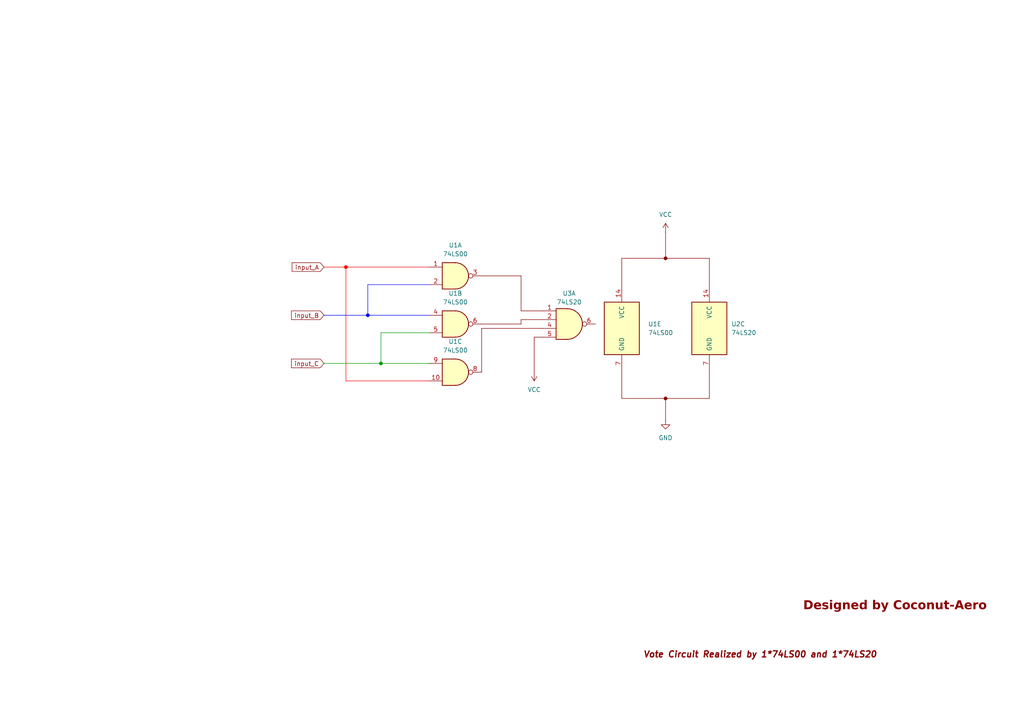
<source format=kicad_sch>
(kicad_sch (version 20231120) (generator "eeschema") (generator_version "8.0")
  (paper "A4")
  (lib_symbols
    (symbol "74xx:74LS00" (pin_names (offset 1.016))
      (property "Reference" "U" (at 0 1.27 0))
      (property "Value" "74LS00" (at 0 -1.27 0))
      (symbol "74LS00_1_1"
        (arc (start 0 -3.81) (mid 3.7934 0) (end 0 3.81) (stroke (width 0.254)) (fill (type background)))
        (polyline (pts (xy 0 3.81) (xy -3.81 3.81) (xy -3.81 -3.81) (xy 0 -3.81)) (stroke (width 0.254)) (fill (type background)))
        (pin input line (at -7.62 2.54 0) (length 3.81) (name "~") (number "1"))
        (pin input line (at -7.62 -2.54 0) (length 3.81) (name "~") (number "2"))
        (pin output inverted (at 7.62 0 180) (length 3.81) (name "~") (number "3"))
      )
      (symbol "74LS00_1_2"
        (arc (start -3.81 -3.81) (mid -2.589 0) (end -3.81 3.81) (stroke (width 0.254)))
        (arc (start -0.6096 -3.81) (mid 2.1842 -2.5851) (end 3.81 0) (stroke (width 0.254)) (fill (type background)))
        (polyline (pts (xy -3.81 -3.81) (xy -0.635 -3.81)) (stroke (width 0.254)) (fill (type background)))
        (polyline (pts (xy -3.81 3.81) (xy -0.635 3.81)) (stroke (width 0.254)) (fill (type background)))
        (polyline (pts (xy -0.635 3.81) (xy -3.81 3.81) (xy -3.81 3.81) (xy -3.556 3.4036) (xy -3.0226 2.2606) (xy -2.6924 1.0414) (xy -2.6162 -0.254) (xy -2.7686 -1.4986) (xy -3.175 -2.7178) (xy -3.81 -3.81) (xy -3.81 -3.81) (xy -0.635 -3.81)) (stroke (width -25.4)) (fill (type background)))
        (arc (start 3.81 0) (mid 2.1915 2.5936) (end -0.6096 3.81) (stroke (width 0.254)) (fill (type background)))
        (pin input inverted (at -7.62 2.54 0) (length 4.318) (name "~") (number "1"))
        (pin input inverted (at -7.62 -2.54 0) (length 4.318) (name "~") (number "2"))
        (pin output line (at 7.62 0 180) (length 3.81) (name "~") (number "3"))
      )
      (symbol "74LS00_2_1"
        (arc (start 0 -3.81) (mid 3.7934 0) (end 0 3.81) (stroke (width 0.254)) (fill (type background)))
        (polyline (pts (xy 0 3.81) (xy -3.81 3.81) (xy -3.81 -3.81) (xy 0 -3.81)) (stroke (width 0.254)) (fill (type background)))
        (pin input line (at -7.62 2.54 0) (length 3.81) (name "~") (number "4"))
        (pin input line (at -7.62 -2.54 0) (length 3.81) (name "~") (number "5"))
        (pin output inverted (at 7.62 0 180) (length 3.81) (name "~") (number "6"))
      )
      (symbol "74LS00_2_2"
        (arc (start -3.81 -3.81) (mid -2.589 0) (end -3.81 3.81) (stroke (width 0.254)))
        (arc (start -0.6096 -3.81) (mid 2.1842 -2.5851) (end 3.81 0) (stroke (width 0.254)) (fill (type background)))
        (polyline (pts (xy -3.81 -3.81) (xy -0.635 -3.81)) (stroke (width 0.254)) (fill (type background)))
        (polyline (pts (xy -3.81 3.81) (xy -0.635 3.81)) (stroke (width 0.254)) (fill (type background)))
        (polyline (pts (xy -0.635 3.81) (xy -3.81 3.81) (xy -3.81 3.81) (xy -3.556 3.4036) (xy -3.0226 2.2606) (xy -2.6924 1.0414) (xy -2.6162 -0.254) (xy -2.7686 -1.4986) (xy -3.175 -2.7178) (xy -3.81 -3.81) (xy -3.81 -3.81) (xy -0.635 -3.81)) (stroke (width -25.4)) (fill (type background)))
        (arc (start 3.81 0) (mid 2.1915 2.5936) (end -0.6096 3.81) (stroke (width 0.254)) (fill (type background)))
        (pin input inverted (at -7.62 2.54 0) (length 4.318) (name "~") (number "4"))
        (pin input inverted (at -7.62 -2.54 0) (length 4.318) (name "~") (number "5"))
        (pin output line (at 7.62 0 180) (length 3.81) (name "~") (number "6"))
      )
      (symbol "74LS00_3_1"
        (arc (start 0 -3.81) (mid 3.7934 0) (end 0 3.81) (stroke (width 0.254)) (fill (type background)))
        (polyline (pts (xy 0 3.81) (xy -3.81 3.81) (xy -3.81 -3.81) (xy 0 -3.81)) (stroke (width 0.254)) (fill (type background)))
        (pin input line (at -7.62 -2.54 0) (length 3.81) (name "~") (number "10"))
        (pin output inverted (at 7.62 0 180) (length 3.81) (name "~") (number "8"))
        (pin input line (at -7.62 2.54 0) (length 3.81) (name "~") (number "9"))
      )
      (symbol "74LS00_3_2"
        (arc (start -3.81 -3.81) (mid -2.589 0) (end -3.81 3.81) (stroke (width 0.254)))
        (arc (start -0.6096 -3.81) (mid 2.1842 -2.5851) (end 3.81 0) (stroke (width 0.254)) (fill (type background)))
        (polyline (pts (xy -3.81 -3.81) (xy -0.635 -3.81)) (stroke (width 0.254)) (fill (type background)))
        (polyline (pts (xy -3.81 3.81) (xy -0.635 3.81)) (stroke (width 0.254)) (fill (type background)))
        (polyline (pts (xy -0.635 3.81) (xy -3.81 3.81) (xy -3.81 3.81) (xy -3.556 3.4036) (xy -3.0226 2.2606) (xy -2.6924 1.0414) (xy -2.6162 -0.254) (xy -2.7686 -1.4986) (xy -3.175 -2.7178) (xy -3.81 -3.81) (xy -3.81 -3.81) (xy -0.635 -3.81)) (stroke (width -25.4)) (fill (type background)))
        (arc (start 3.81 0) (mid 2.1915 2.5936) (end -0.6096 3.81) (stroke (width 0.254)) (fill (type background)))
        (pin input inverted (at -7.62 -2.54 0) (length 4.318) (name "~") (number "10"))
        (pin output line (at 7.62 0 180) (length 3.81) (name "~") (number "8"))
        (pin input inverted (at -7.62 2.54 0) (length 4.318) (name "~") (number "9"))
      )
      (symbol "74LS00_4_1"
        (arc (start 0 -3.81) (mid 3.7934 0) (end 0 3.81) (stroke (width 0.254)) (fill (type background)))
        (polyline (pts (xy 0 3.81) (xy -3.81 3.81) (xy -3.81 -3.81) (xy 0 -3.81)) (stroke (width 0.254)) (fill (type background)))
        (pin output inverted (at 7.62 0 180) (length 3.81) (name "~") (number "11"))
        (pin input line (at -7.62 2.54 0) (length 3.81) (name "~") (number "12"))
        (pin input line (at -7.62 -2.54 0) (length 3.81) (name "~") (number "13"))
      )
      (symbol "74LS00_4_2"
        (arc (start -3.81 -3.81) (mid -2.589 0) (end -3.81 3.81) (stroke (width 0.254)))
        (arc (start -0.6096 -3.81) (mid 2.1842 -2.5851) (end 3.81 0) (stroke (width 0.254)) (fill (type background)))
        (polyline (pts (xy -3.81 -3.81) (xy -0.635 -3.81)) (stroke (width 0.254)) (fill (type background)))
        (polyline (pts (xy -3.81 3.81) (xy -0.635 3.81)) (stroke (width 0.254)) (fill (type background)))
        (polyline (pts (xy -0.635 3.81) (xy -3.81 3.81) (xy -3.81 3.81) (xy -3.556 3.4036) (xy -3.0226 2.2606) (xy -2.6924 1.0414) (xy -2.6162 -0.254) (xy -2.7686 -1.4986) (xy -3.175 -2.7178) (xy -3.81 -3.81) (xy -3.81 -3.81) (xy -0.635 -3.81)) (stroke (width -25.4)) (fill (type background)))
        (arc (start 3.81 0) (mid 2.1915 2.5936) (end -0.6096 3.81) (stroke (width 0.254)) (fill (type background)))
        (pin output line (at 7.62 0 180) (length 3.81) (name "~") (number "11"))
        (pin input inverted (at -7.62 2.54 0) (length 4.318) (name "~") (number "12"))
        (pin input inverted (at -7.62 -2.54 0) (length 4.318) (name "~") (number "13"))
      )
      (symbol "74LS00_5_0"
        (pin power_in line (at 0 12.7 270) (length 5.08) (name "VCC") (number "14"))
        (pin power_in line (at 0 -12.7 90) (length 5.08) (name "GND") (number "7"))
      )
      (symbol "74LS00_5_1"
        (rectangle (start -5.08 7.62) (end 5.08 -7.62) (stroke (width 0.254)) (fill (type background)))
      )
    )
    (symbol "74xx:74LS20" (pin_names (offset 1.016))
      (property "Reference" "U" (at 0 1.27 0))
      (property "Value" "74LS20" (at 0 -1.27 0))
      (symbol "74LS20_1_1"
        (arc (start -0.635 -4.445) (mid 3.7907 0) (end -0.635 4.445) (stroke (width 0.254)) (fill (type background)))
        (polyline (pts (xy -0.635 4.445) (xy -3.81 4.445) (xy -3.81 -4.445) (xy -0.635 -4.445)) (stroke (width 0.254)) (fill (type background)))
        (pin input line (at -7.62 3.81 0) (length 3.81) (name "~") (number "1"))
        (pin input line (at -7.62 1.27 0) (length 3.81) (name "~") (number "2"))
        (pin input line (at -7.62 -1.27 0) (length 3.81) (name "~") (number "4"))
        (pin input line (at -7.62 -3.81 0) (length 3.81) (name "~") (number "5"))
        (pin output inverted (at 7.62 0 180) (length 3.81) (name "~") (number "6"))
      )
      (symbol "74LS20_1_2"
        (arc (start -3.81 -4.445) (mid -2.5908 0) (end -3.81 4.445) (stroke (width 0.254)))
        (arc (start -0.6096 -4.445) (mid 2.2246 -2.8422) (end 3.81 0) (stroke (width 0.254)) (fill (type background)))
        (polyline (pts (xy -3.81 -4.445) (xy -0.635 -4.445)) (stroke (width 0.254)) (fill (type background)))
        (polyline (pts (xy -3.81 4.445) (xy -0.635 4.445)) (stroke (width 0.254)) (fill (type background)))
        (polyline (pts (xy -0.635 4.445) (xy -3.81 4.445) (xy -3.81 4.445) (xy -3.6322 4.0894) (xy -3.0988 2.921) (xy -2.7686 1.6764) (xy -2.6162 0.4318) (xy -2.6416 -0.8636) (xy -2.8702 -2.1082) (xy -3.2512 -3.3274) (xy -3.81 -4.445) (xy -3.81 -4.445) (xy -0.635 -4.445)) (stroke (width -25.4)) (fill (type background)))
        (arc (start 3.81 0) (mid 2.2204 2.8379) (end -0.6096 4.445) (stroke (width 0.254)) (fill (type background)))
        (pin input inverted (at -7.62 3.81 0) (length 3.81) (name "~") (number "1"))
        (pin input inverted (at -7.62 1.27 0) (length 4.826) (name "~") (number "2"))
        (pin input inverted (at -7.62 -1.27 0) (length 4.826) (name "~") (number "4"))
        (pin input inverted (at -7.62 -3.81 0) (length 3.81) (name "~") (number "5"))
        (pin output line (at 7.62 0 180) (length 3.81) (name "~") (number "6"))
      )
      (symbol "74LS20_2_1"
        (arc (start -0.635 -4.445) (mid 3.7907 0) (end -0.635 4.445) (stroke (width 0.254)) (fill (type background)))
        (polyline (pts (xy -0.635 4.445) (xy -3.81 4.445) (xy -3.81 -4.445) (xy -0.635 -4.445)) (stroke (width 0.254)) (fill (type background)))
        (pin input line (at -7.62 1.27 0) (length 3.81) (name "~") (number "10"))
        (pin input line (at -7.62 -1.27 0) (length 3.81) (name "~") (number "12"))
        (pin input line (at -7.62 -3.81 0) (length 3.81) (name "~") (number "13"))
        (pin output inverted (at 7.62 0 180) (length 3.81) (name "~") (number "8"))
        (pin input line (at -7.62 3.81 0) (length 3.81) (name "~") (number "9"))
      )
      (symbol "74LS20_2_2"
        (arc (start -3.81 -4.445) (mid -2.5908 0) (end -3.81 4.445) (stroke (width 0.254)))
        (arc (start -0.6096 -4.445) (mid 2.2246 -2.8422) (end 3.81 0) (stroke (width 0.254)) (fill (type background)))
        (polyline (pts (xy -3.81 -4.445) (xy -0.635 -4.445)) (stroke (width 0.254)) (fill (type background)))
        (polyline (pts (xy -3.81 4.445) (xy -0.635 4.445)) (stroke (width 0.254)) (fill (type background)))
        (polyline (pts (xy -0.635 4.445) (xy -3.81 4.445) (xy -3.81 4.445) (xy -3.6322 4.0894) (xy -3.0988 2.921) (xy -2.7686 1.6764) (xy -2.6162 0.4318) (xy -2.6416 -0.8636) (xy -2.8702 -2.1082) (xy -3.2512 -3.3274) (xy -3.81 -4.445) (xy -3.81 -4.445) (xy -0.635 -4.445)) (stroke (width -25.4)) (fill (type background)))
        (arc (start 3.81 0) (mid 2.2204 2.8379) (end -0.6096 4.445) (stroke (width 0.254)) (fill (type background)))
        (pin input inverted (at -7.62 1.27 0) (length 4.826) (name "~") (number "10"))
        (pin input inverted (at -7.62 -1.27 0) (length 4.826) (name "~") (number "12"))
        (pin input inverted (at -7.62 -3.81 0) (length 3.81) (name "~") (number "13"))
        (pin output line (at 7.62 0 180) (length 3.81) (name "~") (number "8"))
        (pin input inverted (at -7.62 3.81 0) (length 3.81) (name "~") (number "9"))
      )
      (symbol "74LS20_3_0"
        (pin power_in line (at 0 12.7 270) (length 5.08) (name "VCC") (number "14"))
        (pin power_in line (at 0 -12.7 90) (length 5.08) (name "GND") (number "7"))
      )
      (symbol "74LS20_3_1"
        (rectangle (start -5.08 7.62) (end 5.08 -7.62) (stroke (width 0.254)) (fill (type background)))
      )
    )
    (symbol "power:GND" (power) (pin_numbers hide) (pin_names (offset 0) hide)
      (property "Value" "GND" (at 0 -3.81 0))
      (symbol "GND_0_1"
        (polyline (pts (xy 0 0) (xy 0 -1.27) (xy 1.27 -1.27) (xy 0 -2.54) (xy -1.27 -1.27) (xy 0 -1.27)))
      )
      (symbol "GND_1_1"
        (pin power_in line (at 0 0 270) (length 0) (name "~") (number "1"))
      )
    )
    (symbol "power:VCC" (power) (pin_numbers hide) (pin_names (offset 0) hide)
      (property "Value" "VCC" (at 0 3.556 0))
      (symbol "VCC_0_1"
        (polyline (pts (xy -0.762 1.27) (xy 0 2.54)))
        (polyline (pts (xy 0 0) (xy 0 2.54)))
        (polyline (pts (xy 0 2.54) (xy 0.762 1.27)))
      )
      (symbol "VCC_1_1"
        (pin power_in line (at 0 0 90) (length 0) (name "~") (number "1"))
      )
    )
  )
  (junction (at 193.04 74.93) (color 132 0 0 1))
  (junction (at 193.04 115.57) (color 132 0 0 1))
  (junction (at 100.33 77.47) (color 255 0 0 1))
  (junction (at 110.49 105.41))
  (junction (at 106.68 91.44) (color 0 0 255 1))
  (wire (pts (xy 180.34 115.57) (xy 180.34 107.95)) (stroke (width 0) (color 132 0 0 1)))
  (wire (pts (xy 100.33 110.49) (xy 100.33 77.47)) (stroke (width 0) (color 255 0 0 1)))
  (wire (pts (xy 139.7 95.25) (xy 157.48 95.25)) (stroke (width 0) (color 132 0 0 1)))
  (wire (pts (xy 110.49 96.52) (xy 110.49 105.41)))
  (wire (pts (xy 180.34 115.57) (xy 193.04 115.57)) (stroke (width 0) (color 132 0 0 1)))
  (wire (pts (xy 193.04 74.93) (xy 205.74 74.93)) (stroke (width 0) (color 132 0 0 1)))
  (wire (pts (xy 154.94 107.95) (xy 154.94 97.79)) (stroke (width 0) (color 132 0 0 1)))
  (wire (pts (xy 106.68 82.55) (xy 106.68 91.44)) (stroke (width 0) (color 0 0 255 1)))
  (wire (pts (xy 180.34 74.93) (xy 193.04 74.93)) (stroke (width 0) (color 132 0 0 1)))
  (wire (pts (xy 124.46 96.52) (xy 110.49 96.52)))
  (wire (pts (xy 124.46 110.49) (xy 100.33 110.49)) (stroke (width 0) (color 255 0 0 1)))
  (wire (pts (xy 205.74 74.93) (xy 205.74 82.55)) (stroke (width 0) (color 132 0 0 1)))
  (wire (pts (xy 110.49 105.41) (xy 124.46 105.41)))
  (wire (pts (xy 151.13 93.98) (xy 151.13 92.71)) (stroke (width 0) (color 132 0 0 1)))
  (wire (pts (xy 139.7 107.95) (xy 139.7 95.25)) (stroke (width 0) (color 132 0 0 1)))
  (wire (pts (xy 205.74 107.95) (xy 205.74 115.57)) (stroke (width 0) (color 132 0 0 1)))
  (wire (pts (xy 154.94 97.79) (xy 157.48 97.79)) (stroke (width 0) (color 132 0 0 1)))
  (wire (pts (xy 93.98 77.47) (xy 100.33 77.47)) (stroke (width 0) (color 255 0 0 1)))
  (wire (pts (xy 151.13 92.71) (xy 157.48 92.71)) (stroke (width 0) (color 132 0 0 1)))
  (wire (pts (xy 180.34 74.93) (xy 180.34 82.55)) (stroke (width 0) (color 132 0 0 1)))
  (wire (pts (xy 151.13 90.17) (xy 157.48 90.17)) (stroke (width 0) (color 132 0 0 1)))
  (wire (pts (xy 100.33 77.47) (xy 124.46 77.47)) (stroke (width 0) (color 255 0 0 1)))
  (wire (pts (xy 93.98 91.44) (xy 106.68 91.44)) (stroke (width 0) (color 0 0 255 1)))
  (wire (pts (xy 193.04 115.57) (xy 193.04 121.92)) (stroke (width 0) (color 132 0 0 1)))
  (wire (pts (xy 139.7 93.98) (xy 151.13 93.98)) (stroke (width 0) (color 132 0 0 1)))
  (wire (pts (xy 151.13 80.01) (xy 151.13 90.17)) (stroke (width 0) (color 132 0 0 1)))
  (wire (pts (xy 124.46 82.55) (xy 106.68 82.55)) (stroke (width 0) (color 0 0 255 1)))
  (wire (pts (xy 193.04 115.57) (xy 205.74 115.57)) (stroke (width 0) (color 132 0 0 1)))
  (wire (pts (xy 93.98 105.41) (xy 110.49 105.41)))
  (wire (pts (xy 139.7 80.01) (xy 151.13 80.01)) (stroke (width 0) (color 132 0 0 1)))
  (wire (pts (xy 193.04 67.31) (xy 193.04 74.93)) (stroke (width 0) (color 132 0 0 1)))
  (wire (pts (xy 106.68 91.44) (xy 124.46 91.44)) (stroke (width 0) (color 0 0 255 1)))
  (text "Vote Circuit Realized by 1*74LS00 and 1*74LS20" (at 220.472 189.992 0) (effects (font (size 1.778 1.778) (thickness 0.3556) (bold yes) (italic yes))))
  (text "Designed by Coconut-Aero\n" (at 259.588 176.53 0) (effects (font (size 2.54 2.54) (thickness 0.508) (bold yes) (italic yes))))
  (global_label "input_C" (shape input) (at 93.98 105.41 180) (property "Intersheetrefs" "${INTERSHEET_REFS}" (effects (hide yes))))
  (global_label "input_B" (shape input) (at 93.98 91.44 180) (property "Intersheetrefs" "${INTERSHEET_REFS}" (effects (hide yes))))
  (global_label "input_A" (shape input) (at 93.98 77.47 180) (property "Intersheetrefs" "${INTERSHEET_REFS}" (effects (hide yes))))
  (symbol (lib_id "power:GND") (at 193.04 121.92 0) (unit 1)
    (property "Reference" "#PWR01" (effects (hide yes)))
    (property "Value" "GND" (at 193.04 127 0))
    (property "Description" "Power symbol creates a global label with name \"GND\" , ground" (effects (hide yes)))
  )
  (symbol (lib_id "power:VCC") (at 154.94 107.95 180) (unit 1)
    (property "Reference" "#PWR03" (effects (hide yes)))
    (property "Value" "VCC" (at 154.94 113.03 0))
    (property "Description" "Power symbol creates a global label with name \"VCC\"" (effects (hide yes)))
  )
  (symbol (lib_id "74xx:74LS00") (at 180.34 95.25 0) (unit 5)
    (property "Reference" "U1" (at 187.96 93.9799 0) (effects (justify left)))
    (property "Value" "74LS00" (at 187.96 96.5199 0) (effects (justify left)))
    (property "Datasheet" "http://www.ti.com/lit/gpn/sn74ls00" (effects (hide yes)))
    (property "Description" "quad 2-input NAND gate" (effects (hide yes)))
  )
  (symbol (lib_id "74xx:74LS00") (at 132.08 107.95 0) (unit 3)
    (property "Reference" "U1" (at 132.0717 99.06 0))
    (property "Value" "74LS00" (at 132.0717 101.6 0))
    (property "Datasheet" "http://www.ti.com/lit/gpn/sn74ls00" (effects (hide yes)))
    (property "Description" "quad 2-input NAND gate" (effects (hide yes)))
  )
  (symbol (lib_id "power:VCC") (at 193.04 67.31 0) (unit 1)
    (property "Reference" "#PWR02" (effects (hide yes)))
    (property "Value" "VCC" (at 193.04 62.23 0))
    (property "Description" "Power symbol creates a global label with name \"VCC\"" (effects (hide yes)))
  )
  (symbol (lib_id "74xx:74LS20") (at 205.74 95.25 0) (unit 3)
    (property "Reference" "U2" (at 212.09 93.9799 0) (effects (justify left)))
    (property "Value" "74LS20" (at 212.09 96.5199 0) (effects (justify left)))
    (property "Datasheet" "http://www.ti.com/lit/gpn/sn74LS20" (effects (hide yes)))
    (property "Description" "Dual 4-input NAND" (effects (hide yes)))
  )
  (symbol (lib_id "74xx:74LS00") (at 132.08 80.01 0) (unit 1)
    (property "Reference" "U1" (at 132.0717 71.12 0))
    (property "Value" "74LS00" (at 132.0717 73.66 0))
    (property "Datasheet" "http://www.ti.com/lit/gpn/sn74ls00" (effects (hide yes)))
    (property "Description" "quad 2-input NAND gate" (effects (hide yes)))
  )
  (symbol (lib_id "74xx:74LS00") (at 132.08 93.98 0) (unit 2)
    (property "Reference" "U1" (at 132.0717 85.09 0))
    (property "Value" "74LS00" (at 132.0717 87.63 0))
    (property "Datasheet" "http://www.ti.com/lit/gpn/sn74ls00" (effects (hide yes)))
    (property "Description" "quad 2-input NAND gate" (effects (hide yes)))
  )
  (symbol (lib_id "74xx:74LS20") (at 165.1 93.98 0) (unit 1)
    (property "Reference" "U3" (at 165.0903 85.09 0))
    (property "Value" "74LS20" (at 165.0903 87.63 0))
    (property "Datasheet" "http://www.ti.com/lit/gpn/sn74LS20" (effects (hide yes)))
    (property "Description" "Dual 4-input NAND" (effects (hide yes)))
  )
)
</source>
